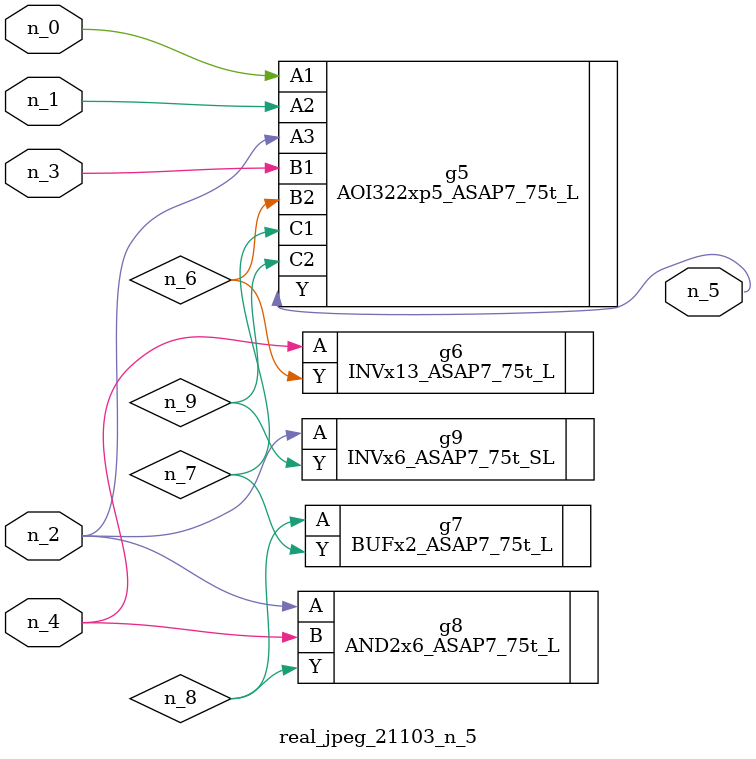
<source format=v>
module real_jpeg_21103_n_5 (n_4, n_0, n_1, n_2, n_3, n_5);

input n_4;
input n_0;
input n_1;
input n_2;
input n_3;

output n_5;

wire n_8;
wire n_6;
wire n_7;
wire n_9;

AOI322xp5_ASAP7_75t_L g5 ( 
.A1(n_0),
.A2(n_1),
.A3(n_2),
.B1(n_3),
.B2(n_6),
.C1(n_7),
.C2(n_9),
.Y(n_5)
);

AND2x6_ASAP7_75t_L g8 ( 
.A(n_2),
.B(n_4),
.Y(n_8)
);

INVx6_ASAP7_75t_SL g9 ( 
.A(n_2),
.Y(n_9)
);

INVx13_ASAP7_75t_L g6 ( 
.A(n_4),
.Y(n_6)
);

BUFx2_ASAP7_75t_L g7 ( 
.A(n_8),
.Y(n_7)
);


endmodule
</source>
